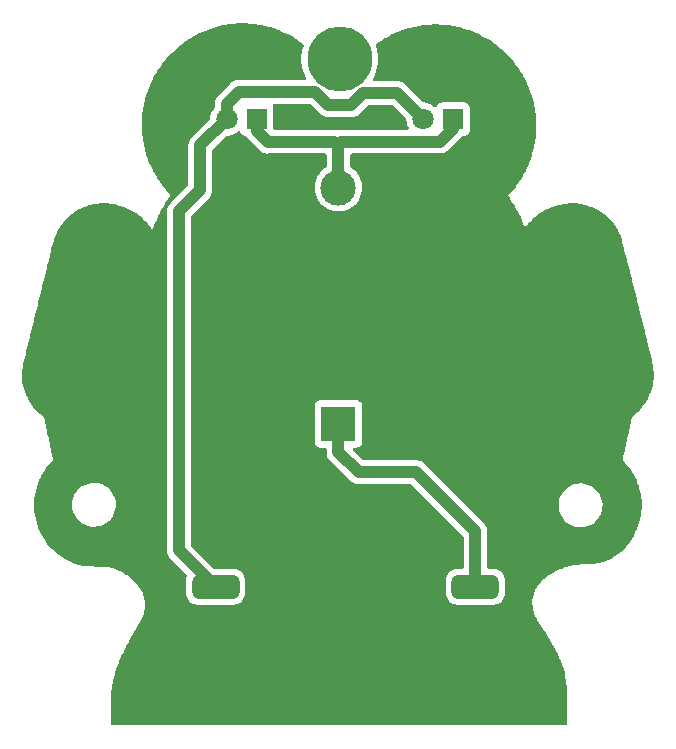
<source format=gbr>
%TF.GenerationSoftware,KiCad,Pcbnew,7.0.1*%
%TF.CreationDate,2023-05-15T20:45:38+02:00*%
%TF.ProjectId,robi,726f6269-2e6b-4696-9361-645f70636258,rev?*%
%TF.SameCoordinates,Original*%
%TF.FileFunction,Copper,L2,Bot*%
%TF.FilePolarity,Positive*%
%FSLAX46Y46*%
G04 Gerber Fmt 4.6, Leading zero omitted, Abs format (unit mm)*
G04 Created by KiCad (PCBNEW 7.0.1) date 2023-05-15 20:45:38*
%MOMM*%
%LPD*%
G01*
G04 APERTURE LIST*
G04 Aperture macros list*
%AMRoundRect*
0 Rectangle with rounded corners*
0 $1 Rounding radius*
0 $2 $3 $4 $5 $6 $7 $8 $9 X,Y pos of 4 corners*
0 Add a 4 corners polygon primitive as box body*
4,1,4,$2,$3,$4,$5,$6,$7,$8,$9,$2,$3,0*
0 Add four circle primitives for the rounded corners*
1,1,$1+$1,$2,$3*
1,1,$1+$1,$4,$5*
1,1,$1+$1,$6,$7*
1,1,$1+$1,$8,$9*
0 Add four rect primitives between the rounded corners*
20,1,$1+$1,$2,$3,$4,$5,0*
20,1,$1+$1,$4,$5,$6,$7,0*
20,1,$1+$1,$6,$7,$8,$9,0*
20,1,$1+$1,$8,$9,$2,$3,0*%
G04 Aperture macros list end*
%TA.AperFunction,ComponentPad*%
%ADD10R,1.800000X1.800000*%
%TD*%
%TA.AperFunction,ComponentPad*%
%ADD11C,1.800000*%
%TD*%
%TA.AperFunction,WasherPad*%
%ADD12C,5.500000*%
%TD*%
%TA.AperFunction,ComponentPad*%
%ADD13R,3.000000X3.000000*%
%TD*%
%TA.AperFunction,ComponentPad*%
%ADD14C,3.000000*%
%TD*%
%TA.AperFunction,SMDPad,CuDef*%
%ADD15RoundRect,0.500000X-1.500000X-0.500000X1.500000X-0.500000X1.500000X0.500000X-1.500000X0.500000X0*%
%TD*%
%TA.AperFunction,Conductor*%
%ADD16C,1.000000*%
%TD*%
G04 APERTURE END LIST*
D10*
%TO.P,D2,1,K*%
%TO.N,GND*%
X87200000Y-50200000D03*
D11*
%TO.P,D2,2,A*%
%TO.N,VCC*%
X84660000Y-50200000D03*
%TD*%
D10*
%TO.P,D1,1,K*%
%TO.N,GND*%
X70575000Y-50200000D03*
D11*
%TO.P,D1,2,A*%
%TO.N,VCC*%
X68035000Y-50200000D03*
%TD*%
D12*
%TO.P,,*%
%TO.N,*%
X77610000Y-45110000D03*
%TD*%
D13*
%TO.P,Batterie,1,+*%
%TO.N,+3V0*%
X77500000Y-76000000D03*
D14*
%TO.P,Batterie,2,-*%
%TO.N,GND*%
X77500000Y-56000000D03*
%TD*%
D15*
%TO.P,SW1,1*%
%TO.N,VCC*%
X67100000Y-89800000D03*
%TO.P,SW1,2*%
%TO.N,+3V0*%
X89100000Y-89800000D03*
%TD*%
D16*
%TO.N,+3V0*%
X77500000Y-76000000D02*
X77500000Y-78400000D01*
X79200000Y-80100000D02*
X84100000Y-80100000D01*
X84100000Y-80100000D02*
X89100000Y-85100000D01*
X89100000Y-85100000D02*
X89100000Y-89800000D01*
X77500000Y-78400000D02*
X79200000Y-80100000D01*
%TO.N,GND*%
X71500000Y-52100000D02*
X70575000Y-51175000D01*
X77500000Y-56000000D02*
X77500000Y-52500000D01*
X87200000Y-50200000D02*
X87200000Y-51000000D01*
X87200000Y-51000000D02*
X86100000Y-52100000D01*
X77500000Y-52500000D02*
X77100000Y-52100000D01*
X86100000Y-52100000D02*
X77700000Y-52100000D01*
X70575000Y-51175000D02*
X70575000Y-50200000D01*
X77100000Y-52100000D02*
X71500000Y-52100000D01*
X77100000Y-56000000D02*
X77500000Y-56400000D01*
%TO.N,VCC*%
X75520963Y-47900000D02*
X69062208Y-47900000D01*
X82460000Y-48000000D02*
X79599037Y-48000000D01*
X84660000Y-50200000D02*
X82460000Y-48000000D01*
X64000000Y-58000000D02*
X65800000Y-56200000D01*
X78599037Y-49000000D02*
X76620963Y-49000000D01*
X76620963Y-49000000D02*
X75520963Y-47900000D01*
X65800000Y-56200000D02*
X65800000Y-52435000D01*
X65800000Y-52435000D02*
X68035000Y-50200000D01*
X67100000Y-89800000D02*
X64000000Y-86700000D01*
X69062208Y-47900000D02*
X68035000Y-48927208D01*
X68035000Y-48927208D02*
X68035000Y-50200000D01*
X79599037Y-48000000D02*
X78599037Y-49000000D01*
X64000000Y-86700000D02*
X64000000Y-58000000D01*
%TD*%
%TA.AperFunction,NonConductor*%
G36*
X75099320Y-48917939D02*
G01*
X75139548Y-48944819D01*
X75868498Y-49673769D01*
X75876669Y-49682784D01*
X75904395Y-49716568D01*
X76057959Y-49842595D01*
X76145559Y-49889418D01*
X76233158Y-49936241D01*
X76239980Y-49938310D01*
X76248828Y-49940994D01*
X76423262Y-49993909D01*
X76620963Y-50013380D01*
X76664451Y-50009096D01*
X76676605Y-50008500D01*
X78543395Y-50008500D01*
X78555548Y-50009096D01*
X78599037Y-50013380D01*
X78796738Y-49993909D01*
X78986841Y-49936241D01*
X79040842Y-49907377D01*
X79162041Y-49842595D01*
X79315605Y-49716568D01*
X79343336Y-49682776D01*
X79351488Y-49673781D01*
X79980452Y-49044819D01*
X80020681Y-49017939D01*
X80068134Y-49008500D01*
X81990904Y-49008500D01*
X82038357Y-49017939D01*
X82078585Y-49044819D01*
X83215697Y-50181931D01*
X83240518Y-50217465D01*
X83251592Y-50259372D01*
X83265948Y-50432621D01*
X83265948Y-50432624D01*
X83265949Y-50432626D01*
X83295313Y-50548582D01*
X83323251Y-50658908D01*
X83326268Y-50665785D01*
X83417016Y-50872669D01*
X83434662Y-50899678D01*
X83454748Y-50962375D01*
X83439909Y-51026517D01*
X83394328Y-51074023D01*
X83330854Y-51091500D01*
X77650453Y-51091500D01*
X77618664Y-51094631D01*
X77502296Y-51106092D01*
X77435993Y-51126204D01*
X77399999Y-51131543D01*
X77364005Y-51126204D01*
X77297700Y-51106090D01*
X77119469Y-51088537D01*
X77100000Y-51086620D01*
X77099999Y-51086620D01*
X77056512Y-51090903D01*
X77044358Y-51091500D01*
X72107500Y-51091500D01*
X72045500Y-51074887D01*
X72000113Y-51029500D01*
X71983500Y-50967500D01*
X71983500Y-49251366D01*
X71983500Y-49251362D01*
X71976989Y-49190799D01*
X71934108Y-49075834D01*
X71927257Y-49017047D01*
X71948433Y-48961780D01*
X71992815Y-48922625D01*
X72050290Y-48908500D01*
X75051867Y-48908500D01*
X75099320Y-48917939D01*
G37*
%TD.AperFunction*%
%TA.AperFunction,NonConductor*%
G36*
X69473519Y-42093881D02*
G01*
X69729625Y-42100226D01*
X69733401Y-42100379D01*
X69989192Y-42114720D01*
X69993019Y-42114994D01*
X70248275Y-42137260D01*
X70252011Y-42137644D01*
X70506472Y-42167766D01*
X70510202Y-42168265D01*
X70763695Y-42206176D01*
X70767332Y-42206777D01*
X71019612Y-42252410D01*
X71023217Y-42253120D01*
X71246733Y-42300601D01*
X71273975Y-42306388D01*
X71277635Y-42307223D01*
X71348086Y-42324433D01*
X71522449Y-42367027D01*
X71526662Y-42368056D01*
X71530280Y-42368998D01*
X71777408Y-42437340D01*
X71780957Y-42438379D01*
X72025965Y-42514162D01*
X72029482Y-42515308D01*
X72272058Y-42598437D01*
X72275565Y-42599698D01*
X72323115Y-42617614D01*
X72510085Y-42688061D01*
X72515516Y-42690107D01*
X72518975Y-42691470D01*
X72756067Y-42789084D01*
X72759451Y-42790537D01*
X72993565Y-42895332D01*
X72996929Y-42896901D01*
X73227782Y-43008785D01*
X73230931Y-43010368D01*
X73404599Y-43100841D01*
X73408367Y-43102889D01*
X73579433Y-43199776D01*
X73582945Y-43201843D01*
X73709626Y-43279273D01*
X73752064Y-43305212D01*
X73755372Y-43307306D01*
X73902319Y-43403627D01*
X73922453Y-43416824D01*
X73925526Y-43418905D01*
X74090511Y-43534263D01*
X74090529Y-43534275D01*
X74093380Y-43536330D01*
X74146158Y-43575513D01*
X74256210Y-43657218D01*
X74258871Y-43659250D01*
X74419333Y-43785240D01*
X74421806Y-43787233D01*
X74446139Y-43807368D01*
X74508379Y-43858869D01*
X74540440Y-43899358D01*
X74553227Y-43949395D01*
X74544521Y-44000300D01*
X74517537Y-44068024D01*
X74424239Y-44404055D01*
X74423008Y-44408490D01*
X74386603Y-44630553D01*
X74365843Y-44757183D01*
X74346713Y-45110000D01*
X74365843Y-45462816D01*
X74365843Y-45462821D01*
X74365844Y-45462823D01*
X74383014Y-45567553D01*
X74423009Y-45811517D01*
X74517535Y-46151971D01*
X74648321Y-46480219D01*
X74769835Y-46709417D01*
X74784235Y-46770858D01*
X74766530Y-46831429D01*
X74721308Y-46875442D01*
X74660280Y-46891500D01*
X69117848Y-46891500D01*
X69105694Y-46890903D01*
X69062208Y-46886620D01*
X69012661Y-46891500D01*
X68864509Y-46906091D01*
X68801139Y-46925314D01*
X68674404Y-46963759D01*
X68674400Y-46963760D01*
X68674400Y-46963761D01*
X68499204Y-47057404D01*
X68345641Y-47183430D01*
X68317919Y-47217209D01*
X68309748Y-47226223D01*
X67361228Y-48174744D01*
X67352214Y-48182915D01*
X67318430Y-48210641D01*
X67192404Y-48364204D01*
X67120773Y-48498218D01*
X67098757Y-48539407D01*
X67041091Y-48729505D01*
X67021620Y-48927208D01*
X67025903Y-48970696D01*
X67026500Y-48982850D01*
X67026500Y-49167502D01*
X67018017Y-49212578D01*
X66993729Y-49251486D01*
X66919685Y-49331917D01*
X66792016Y-49527330D01*
X66698251Y-49741091D01*
X66640948Y-49967378D01*
X66626592Y-50140626D01*
X66615518Y-50182533D01*
X66590697Y-50218067D01*
X65126228Y-51682536D01*
X65117214Y-51690707D01*
X65083430Y-51718433D01*
X64957404Y-51871996D01*
X64885552Y-52006424D01*
X64863759Y-52047196D01*
X64863757Y-52047200D01*
X64806091Y-52237297D01*
X64786620Y-52435000D01*
X64790903Y-52478488D01*
X64791500Y-52490642D01*
X64791500Y-55730904D01*
X64782061Y-55778357D01*
X64755181Y-55818585D01*
X63326229Y-57247536D01*
X63317225Y-57255697D01*
X63299353Y-57270366D01*
X63283429Y-57283434D01*
X63157404Y-57436996D01*
X63082302Y-57577505D01*
X63080741Y-57580425D01*
X63075343Y-57590524D01*
X63063757Y-57612198D01*
X63006091Y-57802297D01*
X62993667Y-57928451D01*
X62986620Y-58000000D01*
X62989600Y-58030263D01*
X62990903Y-58043488D01*
X62991500Y-58055642D01*
X62991500Y-86644358D01*
X62990903Y-86656512D01*
X62986620Y-86699999D01*
X63006090Y-86897699D01*
X63058216Y-87069535D01*
X63058218Y-87069539D01*
X63063759Y-87087805D01*
X63157404Y-87263003D01*
X63283431Y-87416567D01*
X63317213Y-87444291D01*
X63326230Y-87452464D01*
X64641296Y-88767530D01*
X64669667Y-88811530D01*
X64677350Y-88863317D01*
X64666776Y-88900348D01*
X64667304Y-88900509D01*
X64606091Y-89102300D01*
X64591500Y-89250453D01*
X64591500Y-90349545D01*
X64606091Y-90497697D01*
X64606091Y-90497699D01*
X64606092Y-90497701D01*
X64663759Y-90687804D01*
X64757405Y-90863004D01*
X64883432Y-91016568D01*
X65036996Y-91142595D01*
X65212196Y-91236241D01*
X65402299Y-91293908D01*
X65550453Y-91308500D01*
X68649546Y-91308499D01*
X68797701Y-91293908D01*
X68987804Y-91236241D01*
X69163004Y-91142595D01*
X69316568Y-91016568D01*
X69442595Y-90863004D01*
X69536241Y-90687804D01*
X69593908Y-90497701D01*
X69608500Y-90349547D01*
X69608499Y-89250454D01*
X69593908Y-89102299D01*
X69536241Y-88912196D01*
X69442595Y-88736996D01*
X69316568Y-88583432D01*
X69190539Y-88480003D01*
X69163003Y-88457404D01*
X69068390Y-88406833D01*
X68987804Y-88363759D01*
X68797701Y-88306092D01*
X68797698Y-88306091D01*
X68667717Y-88293289D01*
X68649547Y-88291500D01*
X68649546Y-88291500D01*
X67069096Y-88291500D01*
X67021643Y-88282061D01*
X66981415Y-88255181D01*
X65044819Y-86318585D01*
X65017939Y-86278357D01*
X65008500Y-86230904D01*
X65008500Y-77548634D01*
X75491500Y-77548634D01*
X75498011Y-77609205D01*
X75549110Y-77746203D01*
X75636738Y-77863261D01*
X75753796Y-77950889D01*
X75890794Y-78001988D01*
X75890797Y-78001988D01*
X75890799Y-78001989D01*
X75951362Y-78008500D01*
X76367500Y-78008500D01*
X76429500Y-78025113D01*
X76474887Y-78070500D01*
X76491500Y-78132500D01*
X76491500Y-78344358D01*
X76490903Y-78356512D01*
X76486620Y-78399999D01*
X76506091Y-78597702D01*
X76543390Y-78720657D01*
X76543390Y-78720659D01*
X76563759Y-78787804D01*
X76657404Y-78963003D01*
X76771758Y-79102344D01*
X76783432Y-79116568D01*
X76811444Y-79139557D01*
X76817213Y-79144291D01*
X76826230Y-79152464D01*
X78447535Y-80773769D01*
X78455706Y-80782784D01*
X78483432Y-80816568D01*
X78636996Y-80942595D01*
X78771190Y-81014323D01*
X78812196Y-81036241D01*
X79002299Y-81093909D01*
X79200000Y-81113380D01*
X79243488Y-81109096D01*
X79255642Y-81108500D01*
X83630904Y-81108500D01*
X83678357Y-81117939D01*
X83718585Y-81144819D01*
X88055181Y-85481415D01*
X88082061Y-85521643D01*
X88091500Y-85569096D01*
X88091500Y-88167501D01*
X88074887Y-88229501D01*
X88029500Y-88274888D01*
X87967500Y-88291501D01*
X87550454Y-88291501D01*
X87402302Y-88306091D01*
X87402298Y-88306092D01*
X87402299Y-88306092D01*
X87212196Y-88363759D01*
X87212192Y-88363760D01*
X87212192Y-88363761D01*
X87036996Y-88457404D01*
X86883432Y-88583432D01*
X86757404Y-88736996D01*
X86666489Y-88907088D01*
X86663759Y-88912196D01*
X86640919Y-88987490D01*
X86606091Y-89102301D01*
X86591500Y-89250453D01*
X86591500Y-90349545D01*
X86606091Y-90497697D01*
X86606091Y-90497699D01*
X86606092Y-90497701D01*
X86663759Y-90687804D01*
X86757405Y-90863004D01*
X86883432Y-91016568D01*
X87036996Y-91142595D01*
X87212196Y-91236241D01*
X87402299Y-91293908D01*
X87550453Y-91308500D01*
X90649546Y-91308499D01*
X90797701Y-91293908D01*
X90987804Y-91236241D01*
X91163004Y-91142595D01*
X91316568Y-91016568D01*
X91442595Y-90863004D01*
X91536241Y-90687804D01*
X91593908Y-90497701D01*
X91608500Y-90349547D01*
X91608499Y-89250454D01*
X91593908Y-89102299D01*
X91536241Y-88912196D01*
X91442595Y-88736996D01*
X91316568Y-88583432D01*
X91190539Y-88480003D01*
X91163003Y-88457404D01*
X91068390Y-88406833D01*
X90987804Y-88363759D01*
X90797701Y-88306092D01*
X90797698Y-88306091D01*
X90667717Y-88293289D01*
X90649547Y-88291500D01*
X90649546Y-88291500D01*
X90232500Y-88291500D01*
X90170500Y-88274887D01*
X90125113Y-88229500D01*
X90108500Y-88167500D01*
X90108500Y-85155642D01*
X90109097Y-85143488D01*
X90113380Y-85100000D01*
X90093909Y-84902299D01*
X90040915Y-84727604D01*
X90036241Y-84712196D01*
X89942595Y-84536996D01*
X89816568Y-84383432D01*
X89782784Y-84355706D01*
X89773769Y-84347535D01*
X88393998Y-82967764D01*
X96145787Y-82967764D01*
X96175413Y-83237016D01*
X96209998Y-83369304D01*
X96243928Y-83499088D01*
X96276472Y-83575670D01*
X96349871Y-83748392D01*
X96490982Y-83979611D01*
X96622718Y-84137908D01*
X96664255Y-84187820D01*
X96865998Y-84368582D01*
X97091910Y-84518044D01*
X97198211Y-84567875D01*
X97337177Y-84633021D01*
X97596562Y-84711058D01*
X97596569Y-84711060D01*
X97864561Y-84750500D01*
X98067631Y-84750500D01*
X98067634Y-84750500D01*
X98270156Y-84735677D01*
X98296157Y-84729885D01*
X98534553Y-84676780D01*
X98787558Y-84580014D01*
X99023777Y-84447441D01*
X99238177Y-84281888D01*
X99426186Y-84086881D01*
X99583799Y-83866579D01*
X99707656Y-83625675D01*
X99795118Y-83369305D01*
X99844319Y-83102933D01*
X99854212Y-82832235D01*
X99824586Y-82562982D01*
X99756072Y-82300912D01*
X99650130Y-82051610D01*
X99549640Y-81886951D01*
X99509017Y-81820388D01*
X99335746Y-81612181D01*
X99330307Y-81607308D01*
X99134002Y-81431418D01*
X98908090Y-81281956D01*
X98908086Y-81281954D01*
X98662822Y-81166978D01*
X98403437Y-81088941D01*
X98403431Y-81088940D01*
X98135439Y-81049500D01*
X97932369Y-81049500D01*
X97932366Y-81049500D01*
X97729843Y-81064322D01*
X97465449Y-81123219D01*
X97212441Y-81219986D01*
X96976223Y-81352559D01*
X96761825Y-81518109D01*
X96573813Y-81713120D01*
X96416201Y-81933420D01*
X96292342Y-82174329D01*
X96204881Y-82430695D01*
X96155680Y-82697066D01*
X96145787Y-82967764D01*
X88393998Y-82967764D01*
X84852464Y-79426230D01*
X84844291Y-79417213D01*
X84816567Y-79383431D01*
X84663003Y-79257404D01*
X84487803Y-79163758D01*
X84297702Y-79106091D01*
X84198850Y-79096355D01*
X84100000Y-79086620D01*
X84099999Y-79086620D01*
X84056512Y-79090903D01*
X84044358Y-79091500D01*
X79669096Y-79091500D01*
X79621643Y-79082061D01*
X79581415Y-79055181D01*
X78746415Y-78220181D01*
X78716165Y-78170818D01*
X78711623Y-78113102D01*
X78733778Y-78059615D01*
X78777801Y-78022015D01*
X78834096Y-78008500D01*
X79048634Y-78008500D01*
X79048638Y-78008500D01*
X79109201Y-78001989D01*
X79109203Y-78001988D01*
X79109205Y-78001988D01*
X79187124Y-77972924D01*
X79246204Y-77950889D01*
X79363261Y-77863261D01*
X79450889Y-77746204D01*
X79472924Y-77687124D01*
X79501988Y-77609205D01*
X79501988Y-77609203D01*
X79501989Y-77609201D01*
X79508500Y-77548638D01*
X79508500Y-74451362D01*
X79501989Y-74390799D01*
X79501988Y-74390797D01*
X79501988Y-74390794D01*
X79450889Y-74253796D01*
X79363261Y-74136738D01*
X79246203Y-74049110D01*
X79109205Y-73998011D01*
X79078919Y-73994755D01*
X79048638Y-73991500D01*
X75951362Y-73991500D01*
X75924445Y-73994393D01*
X75890794Y-73998011D01*
X75753796Y-74049110D01*
X75636738Y-74136738D01*
X75549110Y-74253796D01*
X75498011Y-74390794D01*
X75494393Y-74424445D01*
X75492506Y-74442010D01*
X75491500Y-74451366D01*
X75491500Y-77548634D01*
X65008500Y-77548634D01*
X65008500Y-58469096D01*
X65017939Y-58421643D01*
X65044819Y-58381415D01*
X65397700Y-58028534D01*
X66473781Y-56952451D01*
X66482776Y-56944299D01*
X66516568Y-56916568D01*
X66642595Y-56763004D01*
X66736241Y-56587804D01*
X66793908Y-56397701D01*
X66808500Y-56249547D01*
X66813380Y-56200000D01*
X66809097Y-56156514D01*
X66808500Y-56144360D01*
X66808500Y-52904096D01*
X66817939Y-52856643D01*
X66844819Y-52816415D01*
X68016415Y-51644819D01*
X68056643Y-51617939D01*
X68104096Y-51608500D01*
X68151712Y-51608500D01*
X68381953Y-51570080D01*
X68492338Y-51532183D01*
X68602727Y-51494287D01*
X68808017Y-51383190D01*
X68992220Y-51239818D01*
X68992221Y-51239816D01*
X69000328Y-51233507D01*
X69000902Y-51234245D01*
X69044809Y-51205996D01*
X69107264Y-51202145D01*
X69163648Y-51229282D01*
X69199602Y-51280496D01*
X69224110Y-51346203D01*
X69311738Y-51463261D01*
X69428796Y-51550889D01*
X69565794Y-51601988D01*
X69565797Y-51601988D01*
X69565799Y-51601989D01*
X69600235Y-51605691D01*
X69656329Y-51626186D01*
X69696338Y-51670527D01*
X69732404Y-51738003D01*
X69858431Y-51891567D01*
X69892213Y-51919291D01*
X69901230Y-51927464D01*
X70747537Y-52773772D01*
X70755709Y-52782788D01*
X70783432Y-52816568D01*
X70936996Y-52942595D01*
X71030643Y-52992650D01*
X71030644Y-52992651D01*
X71112193Y-53036240D01*
X71112197Y-53036242D01*
X71302300Y-53093909D01*
X71500000Y-53113381D01*
X71543495Y-53109097D01*
X71555650Y-53108500D01*
X76367500Y-53108500D01*
X76429500Y-53125113D01*
X76474887Y-53170500D01*
X76491500Y-53232500D01*
X76491500Y-54192842D01*
X76475586Y-54253616D01*
X76431928Y-54298790D01*
X76339032Y-54355281D01*
X76125888Y-54528686D01*
X75938341Y-54729499D01*
X75779890Y-54953972D01*
X75653475Y-55197945D01*
X75561461Y-55456846D01*
X75505558Y-55725867D01*
X75486806Y-55999999D01*
X75505558Y-56274132D01*
X75561461Y-56543153D01*
X75653475Y-56802054D01*
X75779890Y-57046027D01*
X75938341Y-57270500D01*
X76123656Y-57468923D01*
X76125889Y-57471314D01*
X76339031Y-57644718D01*
X76573800Y-57787484D01*
X76825823Y-57896953D01*
X77090404Y-57971085D01*
X77362615Y-58008500D01*
X77637385Y-58008500D01*
X77909596Y-57971085D01*
X78174177Y-57896953D01*
X78426200Y-57787484D01*
X78660969Y-57644718D01*
X78874111Y-57471314D01*
X79061657Y-57270502D01*
X79134488Y-57167324D01*
X79220109Y-57046027D01*
X79238582Y-57010376D01*
X79346523Y-56802058D01*
X79438538Y-56543153D01*
X79494442Y-56274130D01*
X79513193Y-56000000D01*
X79494442Y-55725870D01*
X79451999Y-55521625D01*
X79438538Y-55456846D01*
X79346524Y-55197945D01*
X79346523Y-55197942D01*
X79231602Y-54976153D01*
X79220109Y-54953972D01*
X79061658Y-54729499D01*
X78874111Y-54528686D01*
X78805935Y-54473221D01*
X78660969Y-54355282D01*
X78626034Y-54334038D01*
X78568072Y-54298790D01*
X78524414Y-54253616D01*
X78508500Y-54192842D01*
X78508500Y-53232500D01*
X78525113Y-53170500D01*
X78570500Y-53125113D01*
X78632500Y-53108500D01*
X86044358Y-53108500D01*
X86056511Y-53109096D01*
X86100000Y-53113380D01*
X86297701Y-53093909D01*
X86487804Y-53036241D01*
X86550235Y-53002871D01*
X86663004Y-52942595D01*
X86816568Y-52816568D01*
X86844299Y-52782776D01*
X86852451Y-52773781D01*
X87873781Y-51752451D01*
X87882776Y-51744299D01*
X87916568Y-51716568D01*
X87968050Y-51653835D01*
X88010888Y-51620405D01*
X88063905Y-51608500D01*
X88148634Y-51608500D01*
X88148638Y-51608500D01*
X88209201Y-51601989D01*
X88209203Y-51601988D01*
X88209205Y-51601988D01*
X88303414Y-51566849D01*
X88346204Y-51550889D01*
X88463261Y-51463261D01*
X88550889Y-51346204D01*
X88575397Y-51280496D01*
X88601988Y-51209205D01*
X88601988Y-51209203D01*
X88601989Y-51209201D01*
X88608500Y-51148638D01*
X88608500Y-49251362D01*
X88601989Y-49190799D01*
X88601988Y-49190796D01*
X88601988Y-49190794D01*
X88550889Y-49053796D01*
X88463261Y-48936738D01*
X88346203Y-48849110D01*
X88209205Y-48798011D01*
X88178919Y-48794755D01*
X88148638Y-48791500D01*
X86251362Y-48791500D01*
X86224445Y-48794393D01*
X86190794Y-48798011D01*
X86053796Y-48849110D01*
X85936738Y-48936738D01*
X85849111Y-49053795D01*
X85824602Y-49119504D01*
X85788650Y-49170716D01*
X85732268Y-49197853D01*
X85669814Y-49194005D01*
X85625902Y-49165755D01*
X85625328Y-49166493D01*
X85536829Y-49097611D01*
X85433017Y-49016810D01*
X85227727Y-48905713D01*
X85227726Y-48905712D01*
X85227725Y-48905712D01*
X85006953Y-48829919D01*
X84776712Y-48791500D01*
X84729096Y-48791500D01*
X84681643Y-48782061D01*
X84641415Y-48755181D01*
X83212464Y-47326230D01*
X83204291Y-47317213D01*
X83194568Y-47305366D01*
X83176568Y-47283432D01*
X83054715Y-47183430D01*
X83023003Y-47157404D01*
X82847805Y-47063759D01*
X82820621Y-47055513D01*
X82753339Y-47035103D01*
X82657702Y-47006091D01*
X82558850Y-46996355D01*
X82460000Y-46986620D01*
X82459999Y-46986620D01*
X82416512Y-46990903D01*
X82404358Y-46991500D01*
X80505065Y-46991500D01*
X80441136Y-46973750D01*
X80395510Y-46925583D01*
X80381247Y-46860787D01*
X80402429Y-46797916D01*
X80406170Y-46792400D01*
X80565400Y-46492060D01*
X80571678Y-46480219D01*
X80702464Y-46151971D01*
X80796990Y-45811517D01*
X80796989Y-45811517D01*
X80796992Y-45811510D01*
X80854156Y-45462823D01*
X80873286Y-45110000D01*
X80854156Y-44757177D01*
X80796992Y-44408490D01*
X80761639Y-44281160D01*
X80702465Y-44068032D01*
X80664689Y-43973223D01*
X80656144Y-43919261D01*
X80671620Y-43866865D01*
X80708109Y-43826208D01*
X80886724Y-43699436D01*
X80889286Y-43697668D01*
X81075221Y-43572911D01*
X81077809Y-43571222D01*
X81267041Y-43451339D01*
X81269755Y-43449670D01*
X81272444Y-43448064D01*
X81461973Y-43334858D01*
X81464727Y-43333262D01*
X81659876Y-43223565D01*
X81662650Y-43222054D01*
X81860631Y-43117536D01*
X81863489Y-43116075D01*
X82064103Y-43016863D01*
X82066964Y-43015494D01*
X82270133Y-42921644D01*
X82273040Y-42920347D01*
X82478611Y-42831958D01*
X82481554Y-42830739D01*
X82689340Y-42747918D01*
X82692358Y-42746762D01*
X82902276Y-42669576D01*
X82905383Y-42668482D01*
X83117289Y-42597023D01*
X83120371Y-42596031D01*
X83317030Y-42535637D01*
X83334015Y-42530421D01*
X83337259Y-42529472D01*
X83552656Y-42469749D01*
X83555857Y-42468909D01*
X83774224Y-42414828D01*
X83775932Y-42414420D01*
X83981885Y-42367017D01*
X83985050Y-42366333D01*
X84190843Y-42324754D01*
X84194034Y-42324154D01*
X84400874Y-42288070D01*
X84403975Y-42287571D01*
X84611638Y-42256972D01*
X84614834Y-42256544D01*
X84823236Y-42231399D01*
X84826324Y-42231067D01*
X85035371Y-42211346D01*
X85038457Y-42211095D01*
X85247922Y-42196782D01*
X85251073Y-42196607D01*
X85460892Y-42187670D01*
X85463917Y-42187580D01*
X85673960Y-42183994D01*
X85676952Y-42183981D01*
X85887043Y-42185720D01*
X85890128Y-42185785D01*
X86100136Y-42192822D01*
X86103169Y-42192962D01*
X86312990Y-42205272D01*
X86315969Y-42205484D01*
X86525469Y-42223038D01*
X86528449Y-42223325D01*
X86737522Y-42246102D01*
X86740537Y-42246469D01*
X86948900Y-42274421D01*
X86951856Y-42274854D01*
X87136666Y-42304327D01*
X87159535Y-42307974D01*
X87162557Y-42308494D01*
X87369315Y-42346736D01*
X87372306Y-42347328D01*
X87578127Y-42390686D01*
X87581012Y-42391331D01*
X87773832Y-42436954D01*
X87785662Y-42439753D01*
X87788639Y-42440496D01*
X87791701Y-42441301D01*
X87992036Y-42493969D01*
X87994922Y-42494766D01*
X88197000Y-42553277D01*
X88199865Y-42554146D01*
X88400338Y-42617624D01*
X88403206Y-42618571D01*
X88602086Y-42687031D01*
X88604921Y-42688047D01*
X88801947Y-42761416D01*
X88804750Y-42762499D01*
X88999886Y-42840781D01*
X89002744Y-42841971D01*
X89195789Y-42925111D01*
X89198564Y-42926347D01*
X89389375Y-43014306D01*
X89392165Y-43015635D01*
X89565267Y-43100827D01*
X89580689Y-43108417D01*
X89583505Y-43109848D01*
X89769548Y-43207394D01*
X89772305Y-43208886D01*
X89955707Y-43311147D01*
X89958420Y-43312705D01*
X90139267Y-43419775D01*
X90141999Y-43421442D01*
X90320922Y-43533781D01*
X90322385Y-43534714D01*
X90468863Y-43629732D01*
X90525304Y-43666344D01*
X90528457Y-43668459D01*
X90725592Y-43805176D01*
X90728651Y-43807368D01*
X90921374Y-43949950D01*
X90924360Y-43952230D01*
X91112634Y-44100550D01*
X91115521Y-44102895D01*
X91299308Y-44256834D01*
X91302097Y-44259242D01*
X91481221Y-44418568D01*
X91483894Y-44421017D01*
X91518749Y-44453908D01*
X91658306Y-44585604D01*
X91660903Y-44588127D01*
X91830451Y-44757754D01*
X91832954Y-44760333D01*
X91997609Y-44934903D01*
X91999972Y-44937481D01*
X92159622Y-45116809D01*
X92161920Y-45119467D01*
X92316343Y-45303243D01*
X92318572Y-45305973D01*
X92467796Y-45494171D01*
X92469935Y-45496948D01*
X92613792Y-45689307D01*
X92615843Y-45692132D01*
X92754313Y-45888586D01*
X92756278Y-45891459D01*
X92889182Y-46091723D01*
X92891061Y-46094641D01*
X93018342Y-46298601D01*
X93020135Y-46301566D01*
X93141659Y-46508990D01*
X93143367Y-46512001D01*
X93259096Y-46722813D01*
X93260720Y-46725871D01*
X93370497Y-46939790D01*
X93372032Y-46942888D01*
X93443209Y-47091687D01*
X93475781Y-47159779D01*
X93477236Y-47162933D01*
X93574888Y-47382686D01*
X93576256Y-47385886D01*
X93667646Y-47608158D01*
X93668929Y-47611408D01*
X93754037Y-47836212D01*
X93755234Y-47839512D01*
X93833912Y-48066541D01*
X93835015Y-48069880D01*
X93884573Y-48227207D01*
X93907193Y-48299019D01*
X93908211Y-48302419D01*
X93973777Y-48533443D01*
X93974703Y-48536894D01*
X94033583Y-48769701D01*
X94034414Y-48773202D01*
X94086497Y-49007540D01*
X94087232Y-49011091D01*
X94132429Y-49246799D01*
X94133065Y-49250402D01*
X94171286Y-49487317D01*
X94171820Y-49490969D01*
X94202978Y-49728958D01*
X94203406Y-49732659D01*
X94227512Y-49972591D01*
X94227740Y-49975122D01*
X94245534Y-50198083D01*
X94245764Y-50201593D01*
X94257176Y-50423966D01*
X94257306Y-50427449D01*
X94262463Y-50650031D01*
X94262495Y-50653483D01*
X94261453Y-50876089D01*
X94261389Y-50879515D01*
X94254199Y-51101981D01*
X94254043Y-51105373D01*
X94240761Y-51327593D01*
X94240514Y-51330953D01*
X94221202Y-51552715D01*
X94220867Y-51556043D01*
X94195573Y-51777261D01*
X94195152Y-51780557D01*
X94163921Y-52001153D01*
X94163414Y-52004416D01*
X94126334Y-52224019D01*
X94125745Y-52227248D01*
X94082842Y-52445916D01*
X94082171Y-52449113D01*
X94033506Y-52666646D01*
X94032754Y-52669811D01*
X93978392Y-52886026D01*
X93977561Y-52889157D01*
X93917563Y-53103900D01*
X93916653Y-53107001D01*
X93851066Y-53320151D01*
X93850078Y-53323219D01*
X93778958Y-53534638D01*
X93777893Y-53537674D01*
X93713466Y-53713921D01*
X93701330Y-53747119D01*
X93700186Y-53750125D01*
X93618193Y-53957575D01*
X93616972Y-53960551D01*
X93529630Y-54165795D01*
X93528332Y-54168739D01*
X93435714Y-54371602D01*
X93434337Y-54374518D01*
X93336457Y-54574942D01*
X93335001Y-54577826D01*
X93231988Y-54775527D01*
X93230454Y-54778380D01*
X93122309Y-54973328D01*
X93120693Y-54976153D01*
X93007505Y-55168136D01*
X93005810Y-55170927D01*
X92887624Y-55359832D01*
X92885846Y-55362592D01*
X92762760Y-55548211D01*
X92760899Y-55550938D01*
X92632903Y-55733233D01*
X92630957Y-55735926D01*
X92498188Y-55914638D01*
X92496156Y-55917297D01*
X92358639Y-56092328D01*
X92356522Y-56094949D01*
X92214314Y-56266162D01*
X92212108Y-56268745D01*
X92065272Y-56435989D01*
X92062977Y-56438531D01*
X91928559Y-56583361D01*
X91904987Y-56603146D01*
X91901146Y-56605628D01*
X91901142Y-56605633D01*
X91892010Y-56629266D01*
X91888854Y-56636702D01*
X91877901Y-56660338D01*
X91877420Y-56665853D01*
X91884105Y-56691027D01*
X91885924Y-56698901D01*
X91890817Y-56723760D01*
X91890819Y-56723763D01*
X91894167Y-56726870D01*
X91913959Y-56750453D01*
X91995191Y-56876145D01*
X91996053Y-56877499D01*
X92137233Y-57102280D01*
X92138248Y-57103923D01*
X92275853Y-57330780D01*
X92276845Y-57332446D01*
X92410795Y-57561271D01*
X92411764Y-57562957D01*
X92542159Y-57793944D01*
X92543105Y-57795650D01*
X92564633Y-57835228D01*
X92664749Y-58019286D01*
X92669780Y-58028534D01*
X92670703Y-58030263D01*
X92793724Y-58265200D01*
X92794623Y-58266950D01*
X92913887Y-58503781D01*
X92914762Y-58505554D01*
X93030245Y-58744276D01*
X93031094Y-58746068D01*
X93142705Y-58986522D01*
X93143531Y-58988339D01*
X93247593Y-59222317D01*
X93251954Y-59233568D01*
X93258809Y-59254176D01*
X93258810Y-59254177D01*
X93265492Y-59258961D01*
X93285498Y-59276855D01*
X93290994Y-59282964D01*
X93290995Y-59282964D01*
X93300951Y-59288717D01*
X93311910Y-59292194D01*
X93311911Y-59292195D01*
X93320136Y-59292137D01*
X93346824Y-59294854D01*
X93354870Y-59296568D01*
X93354873Y-59296566D01*
X93366311Y-59295369D01*
X93377217Y-59291741D01*
X93377219Y-59291741D01*
X93383829Y-59286867D01*
X93407028Y-59273370D01*
X93414543Y-59270029D01*
X93425411Y-59251220D01*
X93431942Y-59241090D01*
X93462896Y-59197856D01*
X93465043Y-59194950D01*
X93582556Y-59040745D01*
X93585999Y-59036432D01*
X93709185Y-58889104D01*
X93712878Y-58884889D01*
X93842536Y-58743566D01*
X93846534Y-58739408D01*
X93982547Y-58604437D01*
X93986790Y-58600422D01*
X94127895Y-58473193D01*
X94133659Y-58468309D01*
X94137341Y-58465377D01*
X94317828Y-58321638D01*
X94323123Y-58317649D01*
X94515251Y-58180839D01*
X94520599Y-58177238D01*
X94719631Y-58050741D01*
X94725064Y-58047482D01*
X94930390Y-57931380D01*
X94935868Y-57928462D01*
X95146965Y-57822777D01*
X95152501Y-57820175D01*
X95368819Y-57724953D01*
X95374359Y-57722673D01*
X95595333Y-57637953D01*
X95600876Y-57635979D01*
X95825947Y-57561804D01*
X95831450Y-57560132D01*
X96060046Y-57496543D01*
X96065563Y-57495146D01*
X96287087Y-57444475D01*
X96297029Y-57442201D01*
X96302607Y-57441058D01*
X96536398Y-57398780D01*
X96541954Y-57397906D01*
X96777519Y-57366320D01*
X96783078Y-57365703D01*
X97019771Y-57344848D01*
X97025357Y-57344482D01*
X97262648Y-57334372D01*
X97268200Y-57334261D01*
X97505473Y-57334920D01*
X97511102Y-57335064D01*
X97744430Y-57346346D01*
X97753644Y-57347138D01*
X98044804Y-57383189D01*
X98054060Y-57384692D01*
X98336246Y-57441565D01*
X98341084Y-57442540D01*
X98349969Y-57444674D01*
X98440593Y-57470010D01*
X98632035Y-57523531D01*
X98640532Y-57526240D01*
X98916523Y-57625282D01*
X98924615Y-57628511D01*
X99193377Y-57746894D01*
X99201085Y-57750611D01*
X99283520Y-57793944D01*
X99461470Y-57887484D01*
X99468800Y-57891662D01*
X99719581Y-58046113D01*
X99726526Y-58050720D01*
X99966563Y-58221871D01*
X99973143Y-58226904D01*
X100194703Y-58408465D01*
X100201226Y-58413810D01*
X100207479Y-58419295D01*
X100412435Y-58611624D01*
X100422455Y-58621026D01*
X100428357Y-58626951D01*
X100629093Y-58842581D01*
X100634638Y-58848962D01*
X100819984Y-59077531D01*
X100825147Y-59084370D01*
X100993987Y-59324919D01*
X100998756Y-59332253D01*
X101149971Y-59583798D01*
X101154313Y-59591650D01*
X101286870Y-59853324D01*
X101290718Y-59861676D01*
X101401013Y-60126444D01*
X101406364Y-60142189D01*
X101465706Y-60364811D01*
X101465735Y-60365032D01*
X101465763Y-60365025D01*
X101528559Y-60602299D01*
X101528611Y-60602498D01*
X101590786Y-60839013D01*
X101590810Y-60839205D01*
X101590835Y-60839199D01*
X101652847Y-61076583D01*
X101652869Y-61076760D01*
X101652892Y-61076755D01*
X101714552Y-61314175D01*
X101714592Y-61314331D01*
X101775984Y-61551989D01*
X101776021Y-61552133D01*
X101836827Y-61788691D01*
X101836860Y-61788820D01*
X101897845Y-62027137D01*
X101897874Y-62027252D01*
X101945734Y-62215026D01*
X101958357Y-62264551D01*
X101992458Y-62398817D01*
X102018906Y-62502949D01*
X102018928Y-62503036D01*
X102079115Y-62740726D01*
X102139194Y-62978594D01*
X102139209Y-62978653D01*
X102199176Y-63216573D01*
X102199187Y-63216618D01*
X102210780Y-63262684D01*
X102250678Y-63421233D01*
X102258972Y-63454189D01*
X102258972Y-63454190D01*
X102319150Y-63693577D01*
X102378683Y-63930544D01*
X102378606Y-63930563D01*
X102378771Y-63930892D01*
X102439355Y-64175025D01*
X102439365Y-64175129D01*
X102447367Y-64207310D01*
X102447380Y-64207362D01*
X102455956Y-64241920D01*
X102455997Y-64242017D01*
X102508097Y-64451543D01*
X102508106Y-64451625D01*
X102516454Y-64485148D01*
X102516464Y-64485187D01*
X102524652Y-64518116D01*
X102524682Y-64518187D01*
X102577834Y-64731608D01*
X102577840Y-64731657D01*
X102584400Y-64757973D01*
X102584406Y-64757998D01*
X102593330Y-64793829D01*
X102593354Y-64793890D01*
X102646883Y-65008586D01*
X102646887Y-65008625D01*
X102654910Y-65040780D01*
X102654909Y-65040781D01*
X102661560Y-65067451D01*
X102661571Y-65067481D01*
X102732577Y-65352079D01*
X102732581Y-65352089D01*
X102793920Y-65597884D01*
X102861516Y-65868798D01*
X102861520Y-65868816D01*
X102931145Y-66148042D01*
X102931152Y-66148071D01*
X102952036Y-66231912D01*
X102983850Y-66359634D01*
X102999967Y-66424335D01*
X102999967Y-66424336D01*
X103068972Y-66701783D01*
X103068985Y-66701837D01*
X103081860Y-66753702D01*
X103137553Y-66978057D01*
X103166156Y-67093556D01*
X103206098Y-67254845D01*
X103206117Y-67254923D01*
X103266389Y-67498982D01*
X103274648Y-67532426D01*
X103342650Y-67808690D01*
X103355094Y-67859432D01*
X103410698Y-68086175D01*
X103410726Y-68086289D01*
X103478109Y-68362196D01*
X103478354Y-68363218D01*
X103514140Y-68515330D01*
X103514303Y-68517371D01*
X103521983Y-68548690D01*
X103522255Y-68549819D01*
X103529657Y-68581277D01*
X103530438Y-68583163D01*
X103582442Y-68795208D01*
X103582592Y-68796902D01*
X103590663Y-68828743D01*
X103590893Y-68829667D01*
X103598724Y-68861591D01*
X103599386Y-68863149D01*
X103652906Y-69074254D01*
X103652986Y-69075105D01*
X103661484Y-69108095D01*
X103661383Y-69108120D01*
X103661601Y-69108550D01*
X103670002Y-69141686D01*
X103670336Y-69142463D01*
X103720034Y-69335397D01*
X103733305Y-69386917D01*
X103783492Y-69581876D01*
X103804882Y-69664969D01*
X103805008Y-69665464D01*
X103875180Y-69942782D01*
X103875422Y-69943755D01*
X103943114Y-70220670D01*
X103943461Y-70222126D01*
X104007600Y-70498945D01*
X104008033Y-70500886D01*
X104067521Y-70777753D01*
X104068018Y-70780184D01*
X104121803Y-71057411D01*
X104122334Y-71060334D01*
X104168484Y-71332990D01*
X104169679Y-71342082D01*
X104195964Y-71621789D01*
X104196482Y-71630837D01*
X104202261Y-71911308D01*
X104202128Y-71920142D01*
X104187919Y-72200336D01*
X104187183Y-72208929D01*
X104153496Y-72487755D01*
X104152199Y-72496093D01*
X104099563Y-72772323D01*
X104097744Y-72780396D01*
X104026684Y-73052942D01*
X104024369Y-73060758D01*
X103935448Y-73328375D01*
X103932659Y-73335939D01*
X103826437Y-73597454D01*
X103823185Y-73604773D01*
X103700234Y-73859026D01*
X103696521Y-73866111D01*
X103557459Y-74111862D01*
X103553288Y-74118705D01*
X103506015Y-74190911D01*
X103398696Y-74354826D01*
X103394043Y-74361449D01*
X103224575Y-74586715D01*
X103219432Y-74593100D01*
X103035687Y-74806396D01*
X103030035Y-74812528D01*
X102832658Y-75012699D01*
X102826478Y-75018551D01*
X102616077Y-75204495D01*
X102609353Y-75210029D01*
X102401378Y-75369293D01*
X102376144Y-75384247D01*
X102370736Y-75386638D01*
X102370734Y-75386640D01*
X102358674Y-75407409D01*
X102353569Y-75415469D01*
X102339957Y-75435234D01*
X102339956Y-75435237D01*
X102340105Y-75441143D01*
X102337370Y-75470342D01*
X102303172Y-75629279D01*
X102293695Y-75673331D01*
X102288883Y-75695694D01*
X102288883Y-75695696D01*
X102240899Y-75918728D01*
X102240899Y-75918731D01*
X102202387Y-76097744D01*
X102202388Y-76097742D01*
X102141952Y-76378682D01*
X102103662Y-76556684D01*
X102103662Y-76556687D01*
X102058463Y-76766818D01*
X102007718Y-77002728D01*
X102007718Y-77002731D01*
X101959748Y-77225750D01*
X101959748Y-77225753D01*
X101914551Y-77435881D01*
X101914551Y-77435882D01*
X101863806Y-77671792D01*
X101863806Y-77671795D01*
X101827221Y-77841874D01*
X101812998Y-77908000D01*
X101812998Y-77908002D01*
X101758174Y-78162861D01*
X101722198Y-78330104D01*
X101722198Y-78330105D01*
X101713563Y-78370245D01*
X101674677Y-78551001D01*
X101619997Y-78805155D01*
X101619995Y-78805158D01*
X101585882Y-78963699D01*
X101581810Y-78974895D01*
X101575363Y-79012111D01*
X101574410Y-79017017D01*
X101569572Y-79039506D01*
X101569309Y-79047047D01*
X101569008Y-79048783D01*
X101570396Y-79058447D01*
X101573016Y-79067576D01*
X101576967Y-79076509D01*
X101578129Y-79077806D01*
X101582351Y-79084061D01*
X101598377Y-79100558D01*
X101601766Y-79104190D01*
X101620544Y-79125150D01*
X101627013Y-79132370D01*
X101636408Y-79139705D01*
X101776624Y-79284040D01*
X101780724Y-79288471D01*
X101943259Y-79472952D01*
X101947101Y-79477532D01*
X102100603Y-79669693D01*
X102104194Y-79674415D01*
X102248397Y-79873790D01*
X102251740Y-79878651D01*
X102386327Y-80084706D01*
X102389424Y-80089703D01*
X102514149Y-80302003D01*
X102517003Y-80307136D01*
X102631503Y-80525039D01*
X102634115Y-80530309D01*
X102738761Y-80754698D01*
X102740527Y-80758664D01*
X102806757Y-80914723D01*
X102808732Y-80919670D01*
X102898786Y-81160085D01*
X102900857Y-81166076D01*
X102978239Y-81409933D01*
X102979988Y-81415973D01*
X103044918Y-81663478D01*
X103046353Y-81669567D01*
X103098729Y-81920083D01*
X103099851Y-81926215D01*
X103139573Y-82179069D01*
X103140385Y-82185248D01*
X103167355Y-82439787D01*
X103167856Y-82446010D01*
X103181977Y-82701546D01*
X103182165Y-82707813D01*
X103183351Y-82963722D01*
X103183219Y-82970033D01*
X103171384Y-83225596D01*
X103170926Y-83231948D01*
X103145970Y-83486728D01*
X103145210Y-83492896D01*
X103102307Y-83781132D01*
X103101066Y-83788096D01*
X103041933Y-84072760D01*
X103040324Y-84079543D01*
X102965225Y-84360668D01*
X102963263Y-84367271D01*
X102872588Y-84644040D01*
X102870284Y-84650468D01*
X102764466Y-84921939D01*
X102761828Y-84928195D01*
X102641277Y-85193543D01*
X102638307Y-85199633D01*
X102503456Y-85457972D01*
X102500153Y-85463899D01*
X102351416Y-85714402D01*
X102347775Y-85720167D01*
X102185606Y-85961948D01*
X102181619Y-85967549D01*
X102006486Y-86199723D01*
X102002145Y-86205155D01*
X101814452Y-86426934D01*
X101809744Y-86432186D01*
X101609964Y-86642704D01*
X101604879Y-86647762D01*
X101393447Y-86846203D01*
X101387973Y-86851044D01*
X101165372Y-87036559D01*
X101159504Y-87041159D01*
X100926116Y-87212988D01*
X100919849Y-87217311D01*
X100674527Y-87375674D01*
X100669725Y-87378621D01*
X100555451Y-87445237D01*
X100547857Y-87449318D01*
X100316450Y-87563463D01*
X100305932Y-87568059D01*
X100079731Y-87654663D01*
X100069485Y-87658082D01*
X99843190Y-87722791D01*
X99833963Y-87725051D01*
X99604648Y-87771985D01*
X99597041Y-87773296D01*
X99362201Y-87806300D01*
X99356596Y-87806958D01*
X99114103Y-87829845D01*
X99110647Y-87830123D01*
X98858696Y-87846812D01*
X98857375Y-87846892D01*
X98629874Y-87859525D01*
X98628671Y-87859407D01*
X98595273Y-87861444D01*
X98594610Y-87861483D01*
X98561134Y-87863344D01*
X98559952Y-87863600D01*
X98355455Y-87876086D01*
X98351341Y-87875732D01*
X98322505Y-87878073D01*
X98320089Y-87878245D01*
X98306413Y-87879081D01*
X98306412Y-87879081D01*
X98291232Y-87880008D01*
X98287216Y-87880938D01*
X98069233Y-87898638D01*
X98062937Y-87898261D01*
X98037893Y-87901116D01*
X98033899Y-87901506D01*
X98008779Y-87903548D01*
X98002675Y-87905133D01*
X97769783Y-87931696D01*
X97761884Y-87931521D01*
X97739797Y-87935001D01*
X97734561Y-87935712D01*
X97712379Y-87938243D01*
X97704817Y-87940515D01*
X97455747Y-87979771D01*
X97446758Y-87979992D01*
X97426898Y-87984159D01*
X97420752Y-87985287D01*
X97400730Y-87988443D01*
X97392252Y-87991428D01*
X97125752Y-88047346D01*
X97116104Y-88048097D01*
X97097795Y-88053016D01*
X97091112Y-88054613D01*
X97082454Y-88056431D01*
X97072553Y-88058509D01*
X97063607Y-88062204D01*
X96778376Y-88138866D01*
X96768418Y-88140216D01*
X96751102Y-88145976D01*
X96744163Y-88148061D01*
X96735147Y-88150485D01*
X96726564Y-88152792D01*
X96717520Y-88157148D01*
X96413797Y-88258186D01*
X96405830Y-88259688D01*
X96385342Y-88267525D01*
X96380198Y-88269363D01*
X96359366Y-88276295D01*
X96352244Y-88280188D01*
X96220651Y-88330534D01*
X96211548Y-88332715D01*
X96193675Y-88340668D01*
X96187584Y-88343187D01*
X96169308Y-88350180D01*
X96161321Y-88355066D01*
X95847508Y-88494716D01*
X95835552Y-88498444D01*
X95830177Y-88501378D01*
X95830177Y-88501379D01*
X95824190Y-88504647D01*
X95815194Y-88509097D01*
X95803364Y-88514361D01*
X95793151Y-88521595D01*
X95505517Y-88678657D01*
X95493468Y-88683553D01*
X95483628Y-88690086D01*
X95474490Y-88695600D01*
X95464132Y-88701257D01*
X95454179Y-88709639D01*
X95195112Y-88881655D01*
X95183110Y-88887828D01*
X95174837Y-88894491D01*
X95165662Y-88901210D01*
X95156809Y-88907088D01*
X95147299Y-88916670D01*
X94916814Y-89102302D01*
X94905058Y-89109835D01*
X94898323Y-89116439D01*
X94889295Y-89124466D01*
X94881944Y-89130387D01*
X94873081Y-89141192D01*
X94671208Y-89339165D01*
X94659920Y-89348114D01*
X94654635Y-89354494D01*
X94645986Y-89363901D01*
X94640064Y-89369709D01*
X94632088Y-89381715D01*
X94458913Y-89590792D01*
X94448344Y-89601174D01*
X94444385Y-89607180D01*
X94436364Y-89618016D01*
X94431778Y-89623552D01*
X94424943Y-89636673D01*
X94280571Y-89855700D01*
X94271024Y-89867439D01*
X94268214Y-89872988D01*
X94261137Y-89885185D01*
X94257707Y-89890389D01*
X94252250Y-89904512D01*
X94136920Y-90132265D01*
X94128654Y-90145257D01*
X94126790Y-90150356D01*
X94120964Y-90163775D01*
X94118507Y-90168628D01*
X94114657Y-90183546D01*
X94028642Y-90418836D01*
X94021911Y-90432882D01*
X94020803Y-90437631D01*
X94016517Y-90452003D01*
X94014836Y-90456602D01*
X94012773Y-90472050D01*
X93956408Y-90713645D01*
X93951408Y-90728491D01*
X93950920Y-90733065D01*
X93948380Y-90748060D01*
X93947334Y-90752540D01*
X93947167Y-90768202D01*
X93920818Y-91014862D01*
X93917675Y-91030197D01*
X93917750Y-91034825D01*
X93917065Y-91049993D01*
X93916573Y-91054594D01*
X93918323Y-91070152D01*
X93922383Y-91320590D01*
X93921132Y-91336094D01*
X93921810Y-91341010D01*
X93922955Y-91355917D01*
X93923035Y-91360890D01*
X93926636Y-91376022D01*
X93961507Y-91628978D01*
X93962100Y-91644318D01*
X93963507Y-91649729D01*
X93966333Y-91663983D01*
X93967098Y-91669531D01*
X93972403Y-91683939D01*
X94038518Y-91938191D01*
X94040824Y-91953070D01*
X94043137Y-91959083D01*
X94047410Y-91972387D01*
X94049036Y-91978641D01*
X94055835Y-91992094D01*
X94153669Y-92246444D01*
X94157500Y-92260628D01*
X94160932Y-92267310D01*
X94166357Y-92279430D01*
X94169055Y-92286444D01*
X94177083Y-92298751D01*
X94304999Y-92547775D01*
X94308441Y-92557294D01*
X94317637Y-92572856D01*
X94321179Y-92579276D01*
X94329446Y-92595370D01*
X94335658Y-92603354D01*
X94476827Y-92842265D01*
X94477829Y-92844750D01*
X94486545Y-92859088D01*
X94486546Y-92859089D01*
X94494125Y-92871557D01*
X94494846Y-92872760D01*
X94502263Y-92885311D01*
X94510817Y-92899786D01*
X94512534Y-92901836D01*
X94654196Y-93134854D01*
X94654847Y-93136423D01*
X94672128Y-93164356D01*
X94672630Y-93165175D01*
X94689693Y-93193242D01*
X94690790Y-93194525D01*
X94821196Y-93405328D01*
X94834143Y-93426256D01*
X94834406Y-93426878D01*
X94852413Y-93455793D01*
X94852333Y-93455842D01*
X94852608Y-93456105D01*
X94870871Y-93485626D01*
X94871303Y-93486126D01*
X95033555Y-93746653D01*
X95033508Y-93746682D01*
X95033667Y-93746832D01*
X95213940Y-94037401D01*
X95214358Y-94038080D01*
X95391933Y-94328450D01*
X95392650Y-94329635D01*
X95566257Y-94620775D01*
X95567209Y-94622402D01*
X95735160Y-94914567D01*
X95736399Y-94916777D01*
X95897276Y-95210635D01*
X95898774Y-95213457D01*
X96051046Y-95509455D01*
X96052737Y-95512870D01*
X96069878Y-95548869D01*
X96156302Y-95730373D01*
X96194958Y-95811555D01*
X96196786Y-95815579D01*
X96243687Y-95923891D01*
X96327536Y-96117528D01*
X96329448Y-96122203D01*
X96447293Y-96427934D01*
X96449207Y-96433257D01*
X96552760Y-96743363D01*
X96554585Y-96749325D01*
X96642442Y-97064330D01*
X96644083Y-97070899D01*
X96715000Y-97391977D01*
X96716285Y-97398665D01*
X96757756Y-97651686D01*
X96758282Y-97655207D01*
X96768891Y-97734056D01*
X96792144Y-97906887D01*
X96792847Y-97912108D01*
X96793236Y-97915321D01*
X96821099Y-98173175D01*
X96821378Y-98176069D01*
X96843241Y-98435131D01*
X96843431Y-98437699D01*
X96859947Y-98697748D01*
X96860068Y-98699982D01*
X96871917Y-98960874D01*
X96871989Y-98962776D01*
X96879860Y-99224732D01*
X96879897Y-99226298D01*
X96884469Y-99488941D01*
X96884485Y-99490172D01*
X96886454Y-99753668D01*
X96886457Y-99754566D01*
X96886519Y-100018739D01*
X96886518Y-100019303D01*
X96885376Y-100283886D01*
X96885375Y-100284119D01*
X96883942Y-100515560D01*
X96883913Y-100515743D01*
X96883734Y-100549270D01*
X96883733Y-100549270D01*
X96883734Y-100549271D01*
X96883513Y-100584991D01*
X96883541Y-100585174D01*
X96882492Y-100780133D01*
X96882368Y-100780904D01*
X96882303Y-100815375D01*
X96882301Y-100815805D01*
X96882118Y-100849866D01*
X96882236Y-100850632D01*
X96881868Y-101046128D01*
X96881658Y-101047473D01*
X96881800Y-101080817D01*
X96881801Y-101081573D01*
X96881739Y-101114882D01*
X96881952Y-101116220D01*
X96882795Y-101312068D01*
X96882509Y-101313981D01*
X96882937Y-101346340D01*
X96882947Y-101347442D01*
X96883087Y-101379957D01*
X96883405Y-101381867D01*
X96883444Y-101384784D01*
X96867390Y-101447482D01*
X96821933Y-101493552D01*
X96759455Y-101510442D01*
X80907027Y-101510442D01*
X80906551Y-101510367D01*
X80887347Y-101510408D01*
X80871901Y-101510441D01*
X80871635Y-101510442D01*
X80837019Y-101510442D01*
X80836535Y-101510517D01*
X80681589Y-101510852D01*
X80680559Y-101510855D01*
X80680383Y-101510855D01*
X80393510Y-101511067D01*
X80393356Y-101511067D01*
X80106560Y-101510924D01*
X79816885Y-101510577D01*
X79568384Y-101510241D01*
X79568297Y-101510226D01*
X79530377Y-101510189D01*
X79530376Y-101510188D01*
X79498672Y-101510148D01*
X79498598Y-101510158D01*
X79280474Y-101509948D01*
X79280273Y-101509916D01*
X79245500Y-101509915D01*
X79245290Y-101509914D01*
X79229497Y-101509900D01*
X79211201Y-101509883D01*
X79210998Y-101509913D01*
X78993747Y-101509905D01*
X78993430Y-101509855D01*
X78974097Y-101509882D01*
X78959748Y-101509902D01*
X78958363Y-101509904D01*
X78923684Y-101509904D01*
X78923358Y-101509954D01*
X78706425Y-101510266D01*
X78705978Y-101510196D01*
X78671480Y-101510316D01*
X78671237Y-101510316D01*
X78671230Y-101510317D01*
X78670638Y-101510317D01*
X78636481Y-101510367D01*
X78636033Y-101510438D01*
X78419064Y-101511186D01*
X78418500Y-101511100D01*
X78383572Y-101511309D01*
X78383262Y-101511310D01*
X78349238Y-101511427D01*
X78348677Y-101511518D01*
X78131731Y-101512820D01*
X78131052Y-101512719D01*
X78096838Y-101513029D01*
X78096468Y-101513032D01*
X78062065Y-101513240D01*
X78061385Y-101513352D01*
X77810396Y-101515636D01*
X77809389Y-101515641D01*
X77197744Y-101516240D01*
X76578637Y-101516793D01*
X75969911Y-101517287D01*
X75359942Y-101517736D01*
X74735231Y-101518151D01*
X74108135Y-101518521D01*
X73492070Y-101518845D01*
X72874063Y-101519132D01*
X72290758Y-101519371D01*
X71669432Y-101519591D01*
X71045657Y-101519781D01*
X70417453Y-101519944D01*
X69806918Y-101520075D01*
X69196418Y-101520184D01*
X68581519Y-101520272D01*
X67963589Y-101520342D01*
X67338561Y-101520396D01*
X67338560Y-101520395D01*
X67338560Y-101520396D01*
X66754391Y-101520433D01*
X66115181Y-101520461D01*
X65493420Y-101520479D01*
X65493418Y-101520479D01*
X64878372Y-101520491D01*
X64878370Y-101520491D01*
X64263323Y-101520498D01*
X64263322Y-101520498D01*
X63648273Y-101520502D01*
X63648272Y-101520502D01*
X63033222Y-101520507D01*
X63033220Y-101520507D01*
X62418171Y-101520515D01*
X62418169Y-101520515D01*
X61834952Y-101520526D01*
X61808461Y-101520526D01*
X61803118Y-101520527D01*
X61803117Y-101520526D01*
X61803117Y-101520527D01*
X61219898Y-101520546D01*
X61219896Y-101520546D01*
X60604841Y-101520576D01*
X60581910Y-101520577D01*
X60573008Y-101520578D01*
X60573007Y-101520577D01*
X60573007Y-101520578D01*
X59957951Y-101520620D01*
X59957948Y-101520620D01*
X59374724Y-101520673D01*
X59370000Y-101520673D01*
X59342893Y-101520676D01*
X59342890Y-101520676D01*
X58759664Y-101520747D01*
X58754151Y-101520747D01*
X58727833Y-101520751D01*
X58727830Y-101520751D01*
X58353729Y-101520807D01*
X58291644Y-101504156D01*
X58246237Y-101458659D01*
X58229710Y-101396541D01*
X58229737Y-101383741D01*
X58229738Y-101383740D01*
X58229783Y-101362475D01*
X58229807Y-101351919D01*
X58229806Y-101351918D01*
X58229864Y-101326358D01*
X58229857Y-101326327D01*
X58230221Y-101153724D01*
X58230226Y-101153699D01*
X58230310Y-101111050D01*
X58230310Y-101111027D01*
X58230310Y-101110906D01*
X58230338Y-101098154D01*
X58230337Y-101098152D01*
X58230368Y-101083686D01*
X58230365Y-101083652D01*
X58230752Y-100890576D01*
X58230755Y-100890553D01*
X58230804Y-100864420D01*
X58230804Y-100864401D01*
X58230832Y-100850632D01*
X58230845Y-100844376D01*
X58230844Y-100844374D01*
X58230873Y-100829900D01*
X58230871Y-100829874D01*
X58230966Y-100780904D01*
X58231336Y-100590594D01*
X58231334Y-100590591D01*
X58231363Y-100576108D01*
X58231361Y-100576096D01*
X58231801Y-100347266D01*
X58232312Y-100083050D01*
X58232768Y-99853992D01*
X58233243Y-99625413D01*
X58233711Y-99622368D01*
X58233505Y-99605951D01*
X58233506Y-99605949D01*
X58233326Y-99591616D01*
X58233317Y-99590028D01*
X58233348Y-99575583D01*
X58233347Y-99575580D01*
X58233382Y-99559150D01*
X58232881Y-99556098D01*
X58232217Y-99502993D01*
X58230355Y-99354206D01*
X58230376Y-99349892D01*
X58230667Y-99336884D01*
X58235541Y-99119124D01*
X58235702Y-99115018D01*
X58248665Y-98885354D01*
X58248957Y-98881354D01*
X58269445Y-98652754D01*
X58269854Y-98648881D01*
X58297596Y-98421327D01*
X58298115Y-98417564D01*
X58299772Y-98406756D01*
X58332831Y-98191100D01*
X58333437Y-98187504D01*
X58374889Y-97961927D01*
X58375557Y-97958564D01*
X58423453Y-97733997D01*
X58424172Y-97730831D01*
X58478263Y-97507161D01*
X58479035Y-97504142D01*
X58539038Y-97281416D01*
X58539828Y-97278620D01*
X58605463Y-97056865D01*
X58606301Y-97054155D01*
X58677286Y-96833374D01*
X58678094Y-96830953D01*
X58754193Y-96611039D01*
X58755021Y-96608724D01*
X58835935Y-96389732D01*
X58836761Y-96387564D01*
X58858887Y-96331101D01*
X58875476Y-96288764D01*
X58922159Y-96169633D01*
X58923006Y-96167528D01*
X58941731Y-96122203D01*
X59012661Y-95950509D01*
X59013395Y-95948774D01*
X59107126Y-95732433D01*
X59107821Y-95730863D01*
X59205107Y-95515755D01*
X59205847Y-95514151D01*
X59206450Y-95512870D01*
X59306582Y-95299864D01*
X59307290Y-95298386D01*
X59342138Y-95226793D01*
X59411098Y-95085118D01*
X59411720Y-95083861D01*
X59518429Y-94871374D01*
X59518915Y-94870420D01*
X59628226Y-94658743D01*
X59628628Y-94657974D01*
X59740265Y-94447088D01*
X59740425Y-94446789D01*
X59854113Y-94236671D01*
X59854470Y-94236020D01*
X59969598Y-94027250D01*
X59969730Y-94027011D01*
X60086477Y-93818738D01*
X60204308Y-93611392D01*
X60322842Y-93405124D01*
X60441688Y-93200094D01*
X60561063Y-92995414D01*
X60561101Y-92995436D01*
X60561164Y-92995241D01*
X60680095Y-92792077D01*
X60680126Y-92792023D01*
X60782846Y-92616754D01*
X60787647Y-92610648D01*
X60792982Y-92600601D01*
X60792984Y-92600600D01*
X60798268Y-92590649D01*
X60800756Y-92586193D01*
X60806448Y-92576483D01*
X60806448Y-92576478D01*
X60812203Y-92566662D01*
X60814878Y-92559379D01*
X60895491Y-92407611D01*
X60902876Y-92396866D01*
X60905052Y-92391742D01*
X60905054Y-92391741D01*
X60907477Y-92386035D01*
X60912099Y-92376346D01*
X60917610Y-92365971D01*
X60921308Y-92353479D01*
X60986839Y-92199231D01*
X60993373Y-92187664D01*
X60994991Y-92182652D01*
X60994993Y-92182650D01*
X60996802Y-92177045D01*
X61000663Y-92166694D01*
X61002967Y-92161272D01*
X61002967Y-92161265D01*
X61005027Y-92156417D01*
X61007664Y-92143401D01*
X61058432Y-91986162D01*
X61064821Y-91971099D01*
X61065103Y-91969511D01*
X61065105Y-91969508D01*
X61065202Y-91968960D01*
X61069293Y-91952525D01*
X61069463Y-91952002D01*
X61069462Y-91951999D01*
X61069957Y-91950467D01*
X61071379Y-91934162D01*
X61075326Y-91911933D01*
X61135722Y-91571711D01*
X61139637Y-91555829D01*
X61139965Y-91554798D01*
X61139964Y-91554795D01*
X61140537Y-91552994D01*
X61141359Y-91543303D01*
X61140949Y-91540362D01*
X61139763Y-91524044D01*
X61138568Y-91341010D01*
X61137425Y-91165827D01*
X61138538Y-91148421D01*
X61138735Y-91146957D01*
X61137656Y-91135404D01*
X61137218Y-91134086D01*
X61137218Y-91134084D01*
X61137187Y-91133992D01*
X61132869Y-91117106D01*
X61070078Y-90771894D01*
X61068254Y-90754082D01*
X61064302Y-90739185D01*
X61057058Y-90722805D01*
X60941103Y-90393568D01*
X60936956Y-90377493D01*
X60936368Y-90376365D01*
X60929355Y-90360211D01*
X60928936Y-90359022D01*
X60920031Y-90345026D01*
X60757879Y-90033990D01*
X60751907Y-90019315D01*
X60749617Y-90016014D01*
X60741539Y-90002646D01*
X60739682Y-89999084D01*
X60729466Y-89986972D01*
X60529376Y-89698600D01*
X60523249Y-89687179D01*
X60519649Y-89682838D01*
X60519648Y-89682836D01*
X60515631Y-89677993D01*
X60509213Y-89669541D01*
X60505626Y-89664371D01*
X60505624Y-89664369D01*
X60502410Y-89659737D01*
X60493047Y-89650763D01*
X60481361Y-89636673D01*
X60399751Y-89538271D01*
X60394747Y-89530323D01*
X60381491Y-89515975D01*
X60377123Y-89510986D01*
X60364664Y-89495964D01*
X60357450Y-89489953D01*
X60260082Y-89384562D01*
X60254850Y-89377145D01*
X60244395Y-89366930D01*
X60240446Y-89363071D01*
X60236022Y-89358521D01*
X60222378Y-89343751D01*
X60215111Y-89338314D01*
X60112152Y-89237705D01*
X60106721Y-89230771D01*
X60091270Y-89217090D01*
X60086810Y-89212942D01*
X60072053Y-89198522D01*
X60064744Y-89193604D01*
X59993346Y-89130387D01*
X59956825Y-89098050D01*
X59951207Y-89091550D01*
X59943034Y-89084980D01*
X59943033Y-89084978D01*
X59934768Y-89078334D01*
X59930292Y-89074556D01*
X59914522Y-89060594D01*
X59907169Y-89056148D01*
X59794917Y-88965913D01*
X59789106Y-88959797D01*
X59771841Y-88947193D01*
X59767294Y-88943709D01*
X59758950Y-88937002D01*
X59758949Y-88937001D01*
X59750651Y-88930331D01*
X59743237Y-88926312D01*
X59627285Y-88841665D01*
X59621269Y-88835891D01*
X59603298Y-88823992D01*
X59598651Y-88820761D01*
X59589948Y-88814408D01*
X59589946Y-88814407D01*
X59581268Y-88808073D01*
X59573769Y-88804444D01*
X59518011Y-88767530D01*
X59454754Y-88725651D01*
X59448519Y-88720191D01*
X59429965Y-88709086D01*
X59425217Y-88706096D01*
X59416182Y-88700115D01*
X59416180Y-88700114D01*
X59407183Y-88694158D01*
X59399561Y-88690890D01*
X59278162Y-88618237D01*
X59271665Y-88613050D01*
X59252646Y-88602816D01*
X59247741Y-88600030D01*
X59238473Y-88594484D01*
X59229225Y-88588949D01*
X59221443Y-88586025D01*
X59095927Y-88518485D01*
X59086670Y-88511934D01*
X59079879Y-88508869D01*
X59072495Y-88505536D01*
X59064780Y-88501725D01*
X59057635Y-88497881D01*
X59057632Y-88497880D01*
X59051080Y-88494355D01*
X59040248Y-88490982D01*
X58758357Y-88363761D01*
X58728853Y-88350445D01*
X58716795Y-88343346D01*
X58709684Y-88340942D01*
X58707909Y-88340342D01*
X58696615Y-88335896D01*
X58688081Y-88332044D01*
X58674411Y-88329017D01*
X58358775Y-88222307D01*
X58345392Y-88216182D01*
X58338142Y-88214574D01*
X58325292Y-88210988D01*
X58318261Y-88208611D01*
X58303637Y-88206920D01*
X57991340Y-88137648D01*
X57976419Y-88132805D01*
X57971872Y-88132371D01*
X57956827Y-88129993D01*
X57952385Y-88129008D01*
X57936710Y-88129012D01*
X57640944Y-88100754D01*
X57629742Y-88098285D01*
X57614455Y-88097912D01*
X57605721Y-88097389D01*
X57597780Y-88096631D01*
X57597778Y-88096631D01*
X57590500Y-88095936D01*
X57579089Y-88097049D01*
X57327332Y-88090907D01*
X57326548Y-88090766D01*
X57292263Y-88090052D01*
X57291824Y-88090042D01*
X57257966Y-88089216D01*
X57257180Y-88089320D01*
X57055023Y-88085110D01*
X57054499Y-88085016D01*
X57019699Y-88084374D01*
X57019410Y-88084368D01*
X56985263Y-88083657D01*
X56984730Y-88083729D01*
X56818126Y-88080660D01*
X56818030Y-88080645D01*
X56800822Y-88080335D01*
X56783710Y-88080027D01*
X56783034Y-88080014D01*
X56750608Y-88079417D01*
X56750513Y-88079430D01*
X56584004Y-88076435D01*
X56583483Y-88076424D01*
X56338026Y-88070977D01*
X56335465Y-88070894D01*
X56091158Y-88060419D01*
X56082907Y-88059789D01*
X55862108Y-88035493D01*
X55847850Y-88033076D01*
X55650810Y-87987711D01*
X55641293Y-87985117D01*
X55449327Y-87924501D01*
X55446516Y-87923576D01*
X55261237Y-87860170D01*
X55257705Y-87858902D01*
X54950326Y-87743208D01*
X54942493Y-87739949D01*
X54648105Y-87605497D01*
X54640682Y-87601802D01*
X54574420Y-87566006D01*
X54355910Y-87447963D01*
X54348907Y-87443879D01*
X54074582Y-87271608D01*
X54067984Y-87267163D01*
X53804996Y-87077458D01*
X53798799Y-87072684D01*
X53585921Y-86897701D01*
X53547971Y-86866506D01*
X53542186Y-86861441D01*
X53304455Y-86639854D01*
X53299030Y-86634476D01*
X53242956Y-86575345D01*
X53075205Y-86398448D01*
X53070151Y-86392780D01*
X53026048Y-86340157D01*
X52861140Y-86143389D01*
X52856442Y-86137421D01*
X52663095Y-85875703D01*
X52658758Y-85869438D01*
X52481916Y-85596442D01*
X52477943Y-85589873D01*
X52467062Y-85570551D01*
X52318423Y-85306613D01*
X52314848Y-85299772D01*
X52173486Y-85007322D01*
X52170283Y-85000120D01*
X52053049Y-84712197D01*
X52047898Y-84699547D01*
X52045122Y-84692041D01*
X51942510Y-84384381D01*
X51940190Y-84376576D01*
X51857773Y-84061471D01*
X51856230Y-84054823D01*
X51852581Y-84036881D01*
X51790481Y-83731564D01*
X51789069Y-83723143D01*
X51785790Y-83698390D01*
X51746020Y-83398126D01*
X51745203Y-83389816D01*
X51736780Y-83259021D01*
X51724129Y-83062569D01*
X51723874Y-83054437D01*
X51724096Y-82917764D01*
X54945787Y-82917764D01*
X54975413Y-83187016D01*
X54994238Y-83259021D01*
X55043928Y-83449088D01*
X55149870Y-83698390D01*
X55149871Y-83698392D01*
X55290982Y-83929611D01*
X55462244Y-84135404D01*
X55464255Y-84137820D01*
X55665998Y-84318582D01*
X55891910Y-84468044D01*
X55998211Y-84517876D01*
X56137177Y-84583021D01*
X56396562Y-84661058D01*
X56396569Y-84661060D01*
X56664561Y-84700500D01*
X56867631Y-84700500D01*
X56867634Y-84700500D01*
X57070156Y-84685677D01*
X57070155Y-84685677D01*
X57334553Y-84626780D01*
X57587558Y-84530014D01*
X57823777Y-84397441D01*
X58038177Y-84231888D01*
X58226186Y-84036881D01*
X58383799Y-83816579D01*
X58507656Y-83575675D01*
X58595118Y-83319305D01*
X58644319Y-83052933D01*
X58654212Y-82782235D01*
X58624586Y-82512982D01*
X58556072Y-82250912D01*
X58450130Y-82001610D01*
X58339533Y-81820390D01*
X58309017Y-81770388D01*
X58135746Y-81562181D01*
X58030758Y-81468112D01*
X57934002Y-81381418D01*
X57708090Y-81231956D01*
X57682556Y-81219986D01*
X57462822Y-81116978D01*
X57203437Y-81038941D01*
X57203431Y-81038940D01*
X56935439Y-80999500D01*
X56732369Y-80999500D01*
X56732366Y-80999500D01*
X56529843Y-81014322D01*
X56265449Y-81073219D01*
X56012441Y-81169986D01*
X55776223Y-81302559D01*
X55561825Y-81468109D01*
X55373813Y-81663120D01*
X55216201Y-81883420D01*
X55092342Y-82124329D01*
X55004881Y-82380695D01*
X54955680Y-82647066D01*
X54945787Y-82917764D01*
X51724096Y-82917764D01*
X51724407Y-82726246D01*
X51724678Y-82718265D01*
X51746438Y-82390447D01*
X51747205Y-82382652D01*
X51789798Y-82056537D01*
X51791043Y-82048886D01*
X51854064Y-81725808D01*
X51855765Y-81718332D01*
X51938811Y-81399565D01*
X51940972Y-81392214D01*
X51944511Y-81381419D01*
X52043597Y-81079157D01*
X52046195Y-81071989D01*
X52167976Y-80765914D01*
X52171027Y-80758890D01*
X52311524Y-80461105D01*
X52315038Y-80454227D01*
X52473757Y-80166122D01*
X52477744Y-80159397D01*
X52654255Y-79882200D01*
X52658737Y-79875640D01*
X52852547Y-79610688D01*
X52857549Y-79604302D01*
X53068173Y-79352876D01*
X53073690Y-79346720D01*
X53271117Y-79140878D01*
X53278722Y-79134915D01*
X53305816Y-79104794D01*
X53308519Y-79101884D01*
X53326102Y-79083551D01*
X53329573Y-79078383D01*
X53330069Y-79077832D01*
X53330069Y-79077830D01*
X53330070Y-79077830D01*
X53333354Y-79070443D01*
X53337107Y-79057261D01*
X53338205Y-79049250D01*
X53338076Y-79048533D01*
X53337848Y-79042314D01*
X53332550Y-79017449D01*
X53331785Y-79013553D01*
X53330024Y-79003763D01*
X53326645Y-78984970D01*
X53326644Y-78984969D01*
X53324616Y-78973687D01*
X53321291Y-78964607D01*
X53291831Y-78826341D01*
X53291826Y-78826217D01*
X53284619Y-78792492D01*
X53284603Y-78792416D01*
X53284603Y-78792415D01*
X53281028Y-78775635D01*
X53281027Y-78775633D01*
X53276884Y-78756187D01*
X53276834Y-78756059D01*
X53244373Y-78604146D01*
X53244369Y-78604034D01*
X53236547Y-78567519D01*
X53236533Y-78567453D01*
X53233414Y-78552854D01*
X53233413Y-78552852D01*
X53229124Y-78532776D01*
X53229085Y-78532678D01*
X53196575Y-78380884D01*
X53196570Y-78380801D01*
X53191358Y-78356512D01*
X53189045Y-78345731D01*
X53185699Y-78330105D01*
X53185698Y-78330104D01*
X53181518Y-78310580D01*
X53181486Y-78310501D01*
X53148806Y-78158183D01*
X53148805Y-78158133D01*
X53144583Y-78138488D01*
X53144584Y-78138487D01*
X53141989Y-78126409D01*
X53139134Y-78113102D01*
X53133453Y-78086617D01*
X53133429Y-78086557D01*
X53101715Y-77938911D01*
X53101715Y-77938885D01*
X53093133Y-77898956D01*
X53093129Y-77898938D01*
X53085755Y-77864607D01*
X53085744Y-77864582D01*
X53042206Y-77662007D01*
X53042205Y-77662006D01*
X53038443Y-77644500D01*
X52996637Y-77449987D01*
X52949835Y-77232103D01*
X52902000Y-77009152D01*
X52854180Y-76785890D01*
X52806979Y-76565002D01*
X52759203Y-76340776D01*
X52712108Y-76118968D01*
X52664982Y-75896110D01*
X52618093Y-75673331D01*
X52576733Y-75475767D01*
X52574135Y-75447569D01*
X52574290Y-75440733D01*
X52561136Y-75421742D01*
X52555511Y-75412830D01*
X52552403Y-75407409D01*
X52544029Y-75392800D01*
X52537779Y-75389994D01*
X52513438Y-75375521D01*
X52509894Y-75372822D01*
X52298673Y-75211955D01*
X52291710Y-75206241D01*
X52253263Y-75172275D01*
X52076308Y-75015943D01*
X52069927Y-75009889D01*
X51868381Y-74804620D01*
X51862574Y-74798280D01*
X51675476Y-74579212D01*
X51670222Y-74572618D01*
X51498203Y-74340982D01*
X51493473Y-74334146D01*
X51394515Y-74180339D01*
X51337174Y-74091215D01*
X51332969Y-74084175D01*
X51192994Y-73831186D01*
X51189287Y-73823930D01*
X51066254Y-73562176D01*
X51063026Y-73554678D01*
X51008871Y-73416473D01*
X50957525Y-73285435D01*
X50954799Y-73277739D01*
X50867401Y-73002280D01*
X50865169Y-72994330D01*
X50796453Y-72713986D01*
X50794737Y-72705795D01*
X50745247Y-72421836D01*
X50744071Y-72413361D01*
X50714337Y-72127090D01*
X50713741Y-72118384D01*
X50704272Y-71830999D01*
X50704300Y-71822067D01*
X50715607Y-71534848D01*
X50716309Y-71525693D01*
X50717539Y-71514908D01*
X50748376Y-71244338D01*
X50750830Y-71230170D01*
X50760821Y-71187411D01*
X50812725Y-70965261D01*
X50877678Y-70688677D01*
X50943073Y-70411570D01*
X50943104Y-70411577D01*
X50943102Y-70411447D01*
X51008577Y-70135277D01*
X51074345Y-69859090D01*
X51140632Y-69581876D01*
X51155622Y-69519435D01*
X51207117Y-69304931D01*
X51207141Y-69304829D01*
X51246265Y-69142463D01*
X51273711Y-69028557D01*
X51288867Y-68965880D01*
X51340583Y-68752000D01*
X51340605Y-68751909D01*
X51407816Y-68474857D01*
X51474899Y-68199174D01*
X51474918Y-68199096D01*
X51542526Y-67922039D01*
X51609945Y-67646474D01*
X51677952Y-67369173D01*
X51677967Y-67369112D01*
X51745694Y-67093556D01*
X51813441Y-66818463D01*
X51881778Y-66541467D01*
X51950526Y-66263231D01*
X52018265Y-65989448D01*
X52087471Y-65710053D01*
X52155012Y-65437637D01*
X52224486Y-65157619D01*
X52293715Y-64878737D01*
X52364916Y-64591996D01*
X52433508Y-64315792D01*
X52433507Y-64315790D01*
X52437172Y-64301035D01*
X52437173Y-64301023D01*
X52490348Y-64086877D01*
X52490357Y-64086854D01*
X52497717Y-64057205D01*
X52497720Y-64057192D01*
X52508782Y-64012642D01*
X52508783Y-64012620D01*
X52556932Y-63818653D01*
X52556944Y-63818628D01*
X52566050Y-63781924D01*
X52566055Y-63781903D01*
X52576204Y-63741017D01*
X52576205Y-63740988D01*
X52626326Y-63538971D01*
X52626345Y-63538930D01*
X52636433Y-63498234D01*
X52636442Y-63498199D01*
X52645000Y-63463712D01*
X52645001Y-63463670D01*
X52694819Y-63262730D01*
X52694840Y-63262684D01*
X52703811Y-63226460D01*
X52703820Y-63226425D01*
X52712571Y-63191131D01*
X52712574Y-63191079D01*
X52763253Y-62986475D01*
X52763278Y-62986419D01*
X52772524Y-62949047D01*
X52772533Y-62949009D01*
X52773523Y-62945016D01*
X52776101Y-62934607D01*
X52776100Y-62934606D01*
X52780890Y-62915274D01*
X52780894Y-62915214D01*
X52831871Y-62709166D01*
X52831900Y-62709101D01*
X52836819Y-62689190D01*
X52836820Y-62689189D01*
X52840874Y-62672778D01*
X52844453Y-62658315D01*
X52844452Y-62658313D01*
X52850086Y-62635549D01*
X52850089Y-62635478D01*
X52908584Y-62398733D01*
X52908946Y-62397307D01*
X52961211Y-62196644D01*
X52962237Y-62194261D01*
X52966316Y-62177777D01*
X52966319Y-62177774D01*
X52969855Y-62163484D01*
X52970155Y-62162305D01*
X52973855Y-62148103D01*
X52973854Y-62148100D01*
X52978134Y-62131675D01*
X52978370Y-62129082D01*
X53020154Y-61960278D01*
X53020776Y-61958794D01*
X53028541Y-61926410D01*
X53028758Y-61925519D01*
X53032348Y-61911020D01*
X53032347Y-61911017D01*
X53036665Y-61893578D01*
X53036797Y-61891975D01*
X53061531Y-61788820D01*
X53077065Y-61724031D01*
X53077281Y-61723512D01*
X53085305Y-61689668D01*
X53085379Y-61689356D01*
X53093604Y-61655055D01*
X53093646Y-61654492D01*
X53096426Y-61642770D01*
X53141470Y-61452824D01*
X53197879Y-61217397D01*
X53198086Y-61216549D01*
X53255889Y-60982703D01*
X53256254Y-60981263D01*
X53316651Y-60748909D01*
X53317140Y-60747092D01*
X53381242Y-60516462D01*
X53381903Y-60514172D01*
X53393951Y-60473897D01*
X53453433Y-60275047D01*
X53455872Y-60267737D01*
X53540452Y-60038358D01*
X53543277Y-60031364D01*
X53641782Y-59807542D01*
X53644966Y-59800863D01*
X53756823Y-59583235D01*
X53760342Y-59576858D01*
X53884985Y-59366032D01*
X53888812Y-59359969D01*
X54025673Y-59156543D01*
X54029787Y-59150795D01*
X54178221Y-58955471D01*
X54182634Y-58949994D01*
X54342104Y-58763315D01*
X54346793Y-58758132D01*
X54516639Y-58580780D01*
X54521643Y-58575845D01*
X54701241Y-58408440D01*
X54706480Y-58403828D01*
X54895275Y-58246928D01*
X54900838Y-58242568D01*
X55098128Y-58096842D01*
X55103960Y-58092789D01*
X55309178Y-57958783D01*
X55315306Y-57955033D01*
X55527779Y-57833375D01*
X55534256Y-57829918D01*
X55753332Y-57721193D01*
X55760120Y-57718075D01*
X55986891Y-57622125D01*
X55992100Y-57620058D01*
X56173646Y-57552804D01*
X56179577Y-57550777D01*
X56363308Y-57493157D01*
X56369177Y-57491475D01*
X56555497Y-57443052D01*
X56561255Y-57441703D01*
X56749816Y-57402310D01*
X56755515Y-57401259D01*
X56945986Y-57370733D01*
X56951525Y-57369975D01*
X57143472Y-57348165D01*
X57148932Y-57347667D01*
X57342071Y-57334397D01*
X57347383Y-57334147D01*
X57541373Y-57329250D01*
X57546532Y-57329230D01*
X57740945Y-57332545D01*
X57746015Y-57332737D01*
X57940421Y-57344087D01*
X57945344Y-57344474D01*
X58139424Y-57363686D01*
X58144252Y-57364260D01*
X58337662Y-57391164D01*
X58342352Y-57391909D01*
X58534590Y-57426303D01*
X58539198Y-57427218D01*
X58729945Y-57468927D01*
X58734481Y-57470010D01*
X58923325Y-57518841D01*
X58927790Y-57520085D01*
X59037289Y-57552811D01*
X59117825Y-57576881D01*
X59118171Y-57576985D01*
X59302195Y-57633052D01*
X59306964Y-57634505D01*
X59312541Y-57636350D01*
X59437402Y-57680956D01*
X59493720Y-57701075D01*
X59499136Y-57703154D01*
X59552197Y-57724959D01*
X59677203Y-57776329D01*
X59682391Y-57778602D01*
X59857031Y-57860007D01*
X59862103Y-57862515D01*
X59875421Y-57869483D01*
X60032812Y-57951831D01*
X60037748Y-57954558D01*
X60204325Y-58051604D01*
X60209107Y-58054537D01*
X60371176Y-58159053D01*
X60375803Y-58162187D01*
X60412773Y-58188460D01*
X60533041Y-58273928D01*
X60537493Y-58277246D01*
X60689591Y-58395985D01*
X60693857Y-58399472D01*
X60840437Y-58524919D01*
X60844594Y-58528642D01*
X60985320Y-58660538D01*
X60989335Y-58664476D01*
X61123909Y-58802589D01*
X61127766Y-58806732D01*
X61255119Y-58949975D01*
X61255813Y-58950755D01*
X61259509Y-58955110D01*
X61380770Y-59104853D01*
X61384295Y-59109420D01*
X61498408Y-59264573D01*
X61501743Y-59269338D01*
X61608344Y-59429567D01*
X61611578Y-59434695D01*
X61625495Y-59458012D01*
X61627988Y-59459078D01*
X61656161Y-59475850D01*
X61658284Y-59477531D01*
X61658285Y-59477531D01*
X61669257Y-59481603D01*
X61673889Y-59482652D01*
X61685533Y-59483705D01*
X61685534Y-59483704D01*
X61685537Y-59483706D01*
X61688173Y-59483105D01*
X61720834Y-59480113D01*
X61723538Y-59480225D01*
X61723542Y-59480222D01*
X61734808Y-59477069D01*
X61739169Y-59475197D01*
X61749211Y-59469204D01*
X61749213Y-59469201D01*
X61749215Y-59469201D01*
X61750993Y-59467166D01*
X61775653Y-59445551D01*
X61777911Y-59444050D01*
X61787358Y-59418595D01*
X61789602Y-59412977D01*
X61824147Y-59332253D01*
X61863642Y-59239962D01*
X61864323Y-59238401D01*
X61982076Y-58974006D01*
X61982906Y-58972184D01*
X62105095Y-58710237D01*
X62106013Y-58708313D01*
X62120078Y-58679479D01*
X62232762Y-58448474D01*
X62233638Y-58446716D01*
X62364924Y-58188976D01*
X62365825Y-58187246D01*
X62501471Y-57931905D01*
X62502389Y-57930212D01*
X62642406Y-57677194D01*
X62643411Y-57675416D01*
X62651114Y-57662041D01*
X62687742Y-57598436D01*
X62787700Y-57424863D01*
X62788765Y-57423049D01*
X62823960Y-57364263D01*
X62937298Y-57174958D01*
X62938247Y-57173403D01*
X63091017Y-56927762D01*
X63092122Y-56926021D01*
X63234880Y-56704880D01*
X63254343Y-56681583D01*
X63257970Y-56678191D01*
X63262693Y-56653675D01*
X63264582Y-56645414D01*
X63270976Y-56621292D01*
X63270975Y-56621289D01*
X63271178Y-56620524D01*
X63270664Y-56614780D01*
X63270328Y-56614062D01*
X63259742Y-56591457D01*
X63256401Y-56583631D01*
X63256117Y-56582897D01*
X63247406Y-56560385D01*
X63243235Y-56557692D01*
X63219939Y-56538230D01*
X63056099Y-56363100D01*
X63053386Y-56360103D01*
X62879554Y-56161708D01*
X62876962Y-56158653D01*
X62709576Y-55954679D01*
X62707105Y-55951567D01*
X62637260Y-55860665D01*
X62546269Y-55742242D01*
X62543930Y-55739094D01*
X62541652Y-55735926D01*
X62389881Y-55524830D01*
X62387652Y-55521625D01*
X62240356Y-55302469D01*
X62238235Y-55299204D01*
X62170638Y-55191472D01*
X62097840Y-55075451D01*
X62095869Y-55072198D01*
X61962526Y-54844157D01*
X61960638Y-54840811D01*
X61926693Y-54778380D01*
X61834389Y-54608615D01*
X61832611Y-54605217D01*
X61763587Y-54468312D01*
X61713658Y-54369282D01*
X61711989Y-54365841D01*
X61707069Y-54355281D01*
X61600369Y-54126281D01*
X61598829Y-54122839D01*
X61494639Y-53879866D01*
X61493209Y-53876383D01*
X61396595Y-53630339D01*
X61395250Y-53626752D01*
X61391985Y-53617614D01*
X61306307Y-53377851D01*
X61305085Y-53374254D01*
X61303534Y-53369449D01*
X61223941Y-53122821D01*
X61222813Y-53119130D01*
X61189250Y-53002871D01*
X61149390Y-52864801D01*
X61148533Y-52861674D01*
X61093070Y-52648211D01*
X61092266Y-52644928D01*
X61042855Y-52430321D01*
X61042141Y-52427013D01*
X60998681Y-52211107D01*
X60998056Y-52207766D01*
X60960545Y-51990835D01*
X60960022Y-51987540D01*
X60928418Y-51769633D01*
X60927983Y-51766317D01*
X60925392Y-51744286D01*
X60902274Y-51547692D01*
X60901937Y-51544466D01*
X60882069Y-51325028D01*
X60881818Y-51321764D01*
X60867801Y-51102023D01*
X60867635Y-51098754D01*
X60862736Y-50967500D01*
X60859414Y-50878520D01*
X60859339Y-50875371D01*
X60856904Y-50654992D01*
X60856910Y-50651763D01*
X60857131Y-50637080D01*
X60860227Y-50431329D01*
X60860314Y-50428193D01*
X60869361Y-50207870D01*
X60869533Y-50204689D01*
X60869675Y-50202577D01*
X60884276Y-49984640D01*
X60884530Y-49981473D01*
X60885121Y-49975122D01*
X60904945Y-49761861D01*
X60905280Y-49758701D01*
X60931341Y-49539614D01*
X60931740Y-49536593D01*
X60963427Y-49318149D01*
X60963907Y-49315120D01*
X61001179Y-49097569D01*
X61001748Y-49094491D01*
X61005810Y-49073956D01*
X61044557Y-48878062D01*
X61045183Y-48875095D01*
X61093550Y-48659703D01*
X61094267Y-48656689D01*
X61148123Y-48442663D01*
X61148902Y-48439726D01*
X61208235Y-48227146D01*
X61209096Y-48224207D01*
X61273859Y-48013289D01*
X61274807Y-48010337D01*
X61344985Y-47801177D01*
X61345999Y-47798280D01*
X61421545Y-47591070D01*
X61422651Y-47588154D01*
X61503552Y-47383002D01*
X61504735Y-47380115D01*
X61590935Y-47177232D01*
X61592219Y-47174319D01*
X61683703Y-46973814D01*
X61685072Y-46970917D01*
X61781808Y-46772941D01*
X61783246Y-46770095D01*
X61885183Y-46574834D01*
X61886703Y-46572014D01*
X61993880Y-46379485D01*
X61995469Y-46376720D01*
X62107790Y-46187192D01*
X62109504Y-46184387D01*
X62227341Y-45997367D01*
X62228695Y-45995268D01*
X62291540Y-45899911D01*
X62370507Y-45780089D01*
X62372795Y-45776739D01*
X62442444Y-45678265D01*
X62520766Y-45567529D01*
X62523094Y-45564348D01*
X62677751Y-45360123D01*
X62680131Y-45357083D01*
X62841253Y-45157978D01*
X62843758Y-45154982D01*
X62876736Y-45116786D01*
X63011102Y-44961157D01*
X63013614Y-44958338D01*
X63187053Y-44769822D01*
X63189634Y-44767103D01*
X63368914Y-44584062D01*
X63371571Y-44581432D01*
X63556466Y-44404005D01*
X63559115Y-44401539D01*
X63749477Y-44229785D01*
X63752239Y-44227369D01*
X63947733Y-44061517D01*
X63950589Y-44059167D01*
X64151131Y-43899227D01*
X64153988Y-43897018D01*
X64359279Y-43743179D01*
X64362218Y-43741045D01*
X64572083Y-43593393D01*
X64575078Y-43591352D01*
X64789267Y-43450032D01*
X64792319Y-43448083D01*
X65010712Y-43313148D01*
X65013784Y-43311313D01*
X65236111Y-43182920D01*
X65239170Y-43181213D01*
X65465310Y-43059426D01*
X65468456Y-43057792D01*
X65697955Y-42942858D01*
X65701213Y-42941285D01*
X65934067Y-42833206D01*
X65937288Y-42831769D01*
X66173265Y-42730676D01*
X66176563Y-42729321D01*
X66415316Y-42635380D01*
X66418658Y-42634123D01*
X66660102Y-42547398D01*
X66663521Y-42546228D01*
X66907310Y-42466877D01*
X66910875Y-42465776D01*
X67156846Y-42393889D01*
X67160444Y-42392897D01*
X67408423Y-42328575D01*
X67412026Y-42327700D01*
X67661830Y-42271047D01*
X67665509Y-42270272D01*
X67916861Y-42221415D01*
X67920624Y-42220745D01*
X68173265Y-42179799D01*
X68177095Y-42179240D01*
X68430934Y-42146293D01*
X68434818Y-42145852D01*
X68689476Y-42121035D01*
X68693451Y-42120712D01*
X68948915Y-42104111D01*
X68952904Y-42103918D01*
X69209689Y-42095627D01*
X69212793Y-42095566D01*
X69469633Y-42093847D01*
X69473519Y-42093881D01*
G37*
%TD.AperFunction*%
M02*

</source>
